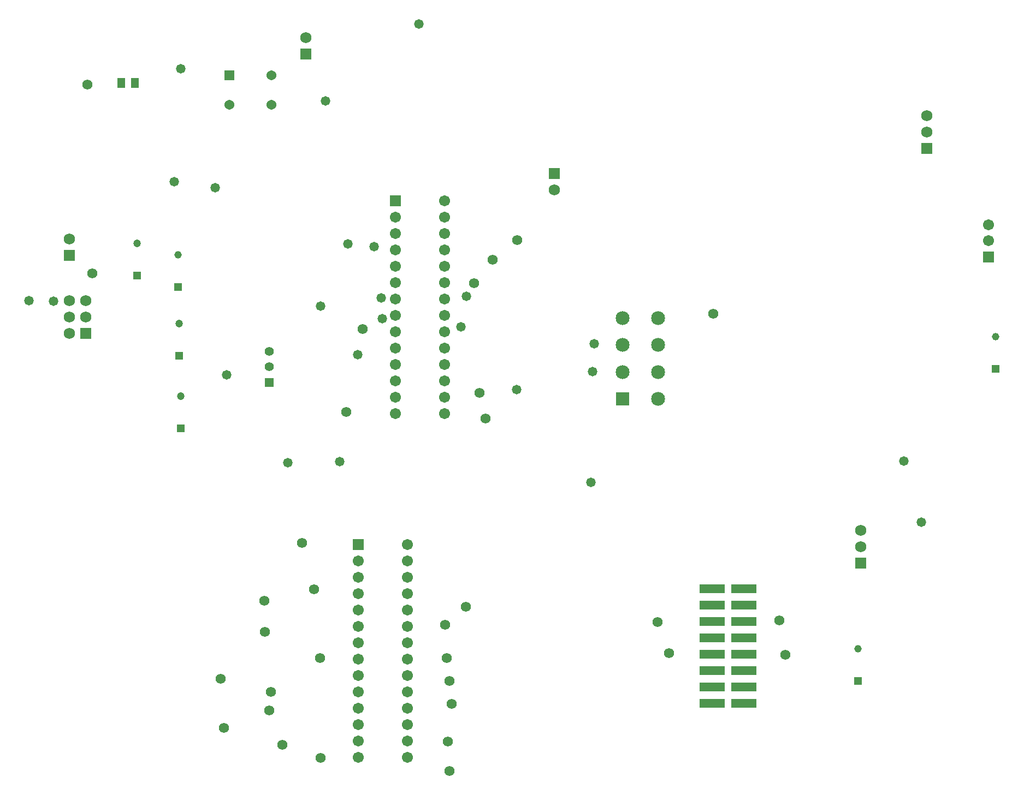
<source format=gts>
G04*
G04 #@! TF.GenerationSoftware,Altium Limited,Altium Designer,21.4.1 (30)*
G04*
G04 Layer_Color=8388736*
%FSLAX25Y25*%
%MOIN*%
G70*
G04*
G04 #@! TF.SameCoordinates,DDA1B4C3-BA79-4B98-AE68-5F17814B577F*
G04*
G04*
G04 #@! TF.FilePolarity,Negative*
G04*
G01*
G75*
%ADD15R,0.04750X0.05938*%
%ADD16R,0.15288X0.05800*%
%ADD17R,0.04528X0.04528*%
%ADD18C,0.04528*%
%ADD19C,0.06181*%
%ADD20R,0.06063X0.06063*%
%ADD21C,0.06063*%
%ADD22R,0.06706X0.06706*%
%ADD23C,0.06706*%
%ADD24R,0.06902X0.06902*%
%ADD25C,0.06902*%
%ADD26C,0.08477*%
%ADD27R,0.08477X0.08477*%
%ADD28R,0.06706X0.06706*%
%ADD29C,0.05524*%
%ADD30R,0.05524X0.05524*%
%ADD31R,0.04724X0.04724*%
%ADD32C,0.04724*%
%ADD33C,0.05800*%
D15*
X87137Y430500D02*
D03*
X78863D02*
D03*
D16*
X439256Y121500D02*
D03*
Y111500D02*
D03*
Y101500D02*
D03*
Y91500D02*
D03*
Y81500D02*
D03*
Y71500D02*
D03*
Y61500D02*
D03*
Y51500D02*
D03*
X458744D02*
D03*
Y121500D02*
D03*
Y111500D02*
D03*
Y101500D02*
D03*
Y91500D02*
D03*
Y81500D02*
D03*
Y71500D02*
D03*
Y61500D02*
D03*
D17*
X612500Y255658D02*
D03*
X528500Y65158D02*
D03*
X113500Y305658D02*
D03*
D18*
X612500Y275342D02*
D03*
X528500Y84842D02*
D03*
X113500Y325342D02*
D03*
D19*
X58000Y429500D02*
D03*
X200000Y79000D02*
D03*
X484000Y81000D02*
D03*
X480500Y102000D02*
D03*
X413000Y82000D02*
D03*
X406000Y101000D02*
D03*
X170000Y58500D02*
D03*
X139500Y66500D02*
D03*
X280500Y51000D02*
D03*
X278000Y28000D02*
D03*
X279000Y10000D02*
D03*
X200500Y18000D02*
D03*
X177000Y26000D02*
D03*
X141500Y36500D02*
D03*
X169000Y47000D02*
D03*
X166500Y95000D02*
D03*
X166000Y114000D02*
D03*
X196500Y121000D02*
D03*
X189000Y149500D02*
D03*
X289000Y110500D02*
D03*
X276500Y99500D02*
D03*
X277500Y79000D02*
D03*
X279000Y65000D02*
D03*
X226000Y280000D02*
D03*
X440000Y289500D02*
D03*
X297500Y241000D02*
D03*
X301000Y225500D02*
D03*
X216000Y229500D02*
D03*
X61000Y314000D02*
D03*
X320500Y334500D02*
D03*
X305500Y322500D02*
D03*
X294000Y308000D02*
D03*
D20*
X144705Y434858D02*
D03*
D21*
X170295D02*
D03*
X144705Y417142D02*
D03*
X170295D02*
D03*
D22*
X608000Y324158D02*
D03*
D23*
Y334000D02*
D03*
Y343843D02*
D03*
X223500Y138500D02*
D03*
Y128500D02*
D03*
Y118500D02*
D03*
Y108500D02*
D03*
Y98500D02*
D03*
Y88500D02*
D03*
Y78500D02*
D03*
Y68500D02*
D03*
Y58500D02*
D03*
Y48500D02*
D03*
Y38500D02*
D03*
Y28500D02*
D03*
Y18500D02*
D03*
X253500Y148500D02*
D03*
Y138500D02*
D03*
Y128500D02*
D03*
Y118500D02*
D03*
Y108500D02*
D03*
Y98500D02*
D03*
Y88500D02*
D03*
Y78500D02*
D03*
Y68500D02*
D03*
Y58500D02*
D03*
Y48500D02*
D03*
Y38500D02*
D03*
Y28500D02*
D03*
Y18500D02*
D03*
X276000Y228500D02*
D03*
Y238500D02*
D03*
Y248500D02*
D03*
Y258500D02*
D03*
Y268500D02*
D03*
Y278500D02*
D03*
Y288500D02*
D03*
Y298500D02*
D03*
Y308500D02*
D03*
Y318500D02*
D03*
Y328500D02*
D03*
Y338500D02*
D03*
Y348500D02*
D03*
Y358500D02*
D03*
X246000Y228500D02*
D03*
Y238500D02*
D03*
Y248500D02*
D03*
Y258500D02*
D03*
Y268500D02*
D03*
Y278500D02*
D03*
Y288500D02*
D03*
Y298500D02*
D03*
Y308500D02*
D03*
Y318500D02*
D03*
Y328500D02*
D03*
Y338500D02*
D03*
Y348500D02*
D03*
D24*
X191500Y448000D02*
D03*
X530000Y137000D02*
D03*
X570500Y390500D02*
D03*
X47000Y325000D02*
D03*
X57000Y277500D02*
D03*
X343000Y375000D02*
D03*
D25*
X191500Y458000D02*
D03*
X530000Y147000D02*
D03*
Y157000D02*
D03*
X570500Y400500D02*
D03*
Y410500D02*
D03*
X47000Y335000D02*
D03*
Y297500D02*
D03*
Y287500D02*
D03*
X57000Y297500D02*
D03*
Y287500D02*
D03*
X47000Y277500D02*
D03*
X343000Y365000D02*
D03*
D26*
X406327Y270268D02*
D03*
Y253732D02*
D03*
Y237197D02*
D03*
X384673Y270268D02*
D03*
Y253732D02*
D03*
Y286803D02*
D03*
X406327D02*
D03*
D27*
X384673Y237197D02*
D03*
D28*
X223500Y148500D02*
D03*
X246000Y358500D02*
D03*
D29*
X169000Y266500D02*
D03*
Y256894D02*
D03*
D30*
Y247287D02*
D03*
D31*
X115000Y219315D02*
D03*
X114000Y263815D02*
D03*
X88500Y312657D02*
D03*
D32*
X115000Y239000D02*
D03*
X114000Y283500D02*
D03*
X88500Y332343D02*
D03*
D33*
X111000Y370000D02*
D03*
X115000Y439000D02*
D03*
X260500Y466500D02*
D03*
X203500Y419500D02*
D03*
X143000Y252000D02*
D03*
X136000Y366500D02*
D03*
X367500Y271000D02*
D03*
X237500Y299000D02*
D03*
X238000Y286500D02*
D03*
X37500Y297000D02*
D03*
X22500Y297500D02*
D03*
X567000Y162000D02*
D03*
X556500Y199500D02*
D03*
X366500Y254000D02*
D03*
X365500Y186500D02*
D03*
X286000Y281500D02*
D03*
X289500Y300047D02*
D03*
X320000Y243000D02*
D03*
X233000Y330500D02*
D03*
X212000Y199000D02*
D03*
X217000Y332000D02*
D03*
X180500Y198500D02*
D03*
X223000Y264500D02*
D03*
X200475Y294025D02*
D03*
M02*

</source>
